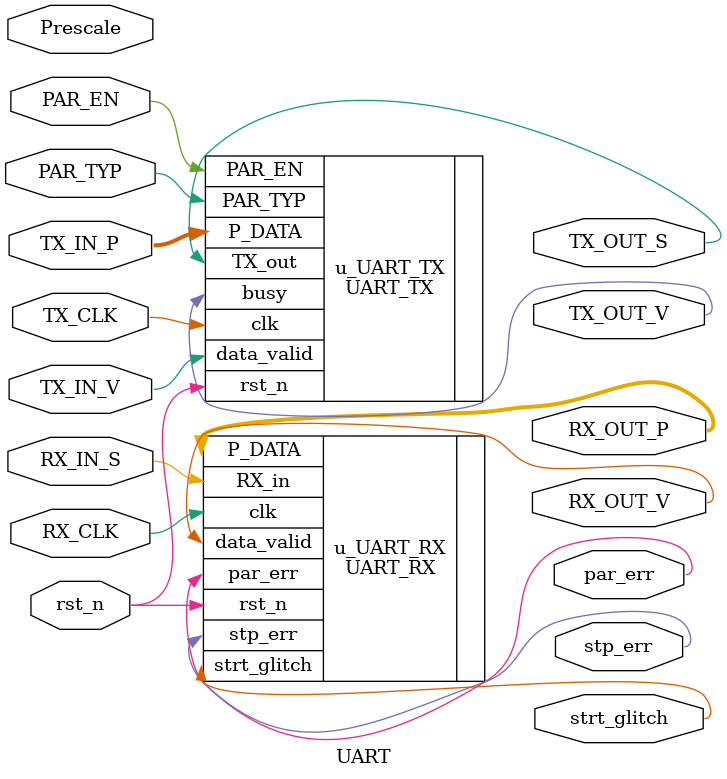
<source format=v>
module UART(
    input TX_CLK,
    input RX_CLK,
    input rst_n,
    input PAR_EN,
    input PAR_TYP,
    input [7:0] TX_IN_P,
    input TX_IN_V,
    input [5:0] Prescale,
    input RX_IN_S,
    output TX_OUT_S,
    output TX_OUT_V,
    output [7:0] RX_OUT_P,
    output par_err,
    output stp_err,
    output strt_glitch,
    output RX_OUT_V
);


//TX instantiation:
UART_TX u_UART_TX(
    .clk(TX_CLK),
    .rst_n(rst_n),
    .PAR_EN(PAR_EN),
    .data_valid(TX_IN_V),
    .P_DATA(TX_IN_P),
    .PAR_TYP(PAR_TYP),
    .TX_out(TX_OUT_S),
    .busy(TX_OUT_V)
);

UART_RX u_UART_RX(
    .clk(RX_CLK),
    .rst_n(rst_n),
    .RX_in(RX_IN_S),
    .P_DATA(RX_OUT_P),
    .par_err(par_err),
    .stp_err(stp_err),
    .strt_glitch(strt_glitch),
    .data_valid(RX_OUT_V)
);

endmodule
</source>
